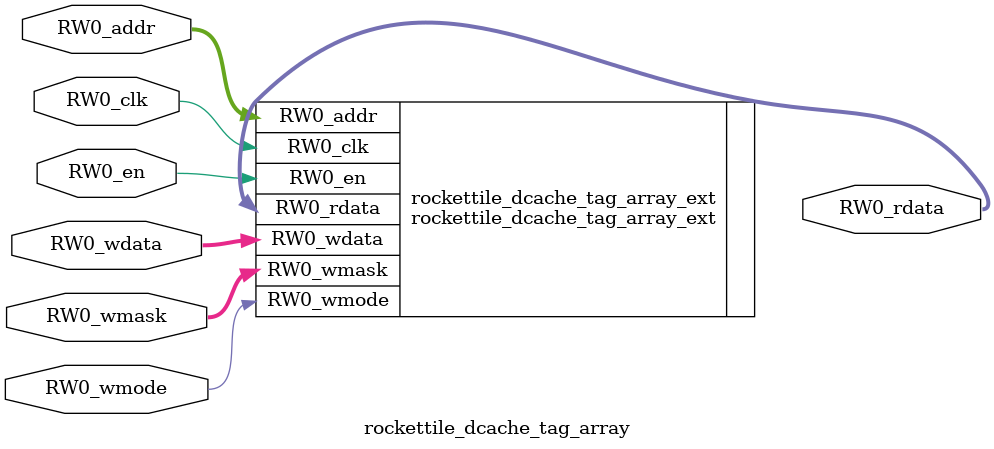
<source format=sv>
module rockettile_dcache_tag_array(	// @[generators/rocket-chip/src/main/scala/util/DescribedSRAM.scala:17:26]
  input  [5:0]  RW0_addr,
  input         RW0_en,
  input         RW0_clk,
  input         RW0_wmode,
  input  [87:0] RW0_wdata,
  output [87:0] RW0_rdata,
  input  [3:0]  RW0_wmask
);

  rockettile_dcache_tag_array_ext rockettile_dcache_tag_array_ext (	// @[generators/rocket-chip/src/main/scala/util/DescribedSRAM.scala:17:26]
    .RW0_addr  (RW0_addr),
    .RW0_en    (RW0_en),
    .RW0_clk   (RW0_clk),
    .RW0_wmode (RW0_wmode),
    .RW0_wdata (RW0_wdata),
    .RW0_rdata (RW0_rdata),
    .RW0_wmask (RW0_wmask)
  );	// @[generators/rocket-chip/src/main/scala/util/DescribedSRAM.scala:17:26]
endmodule


</source>
